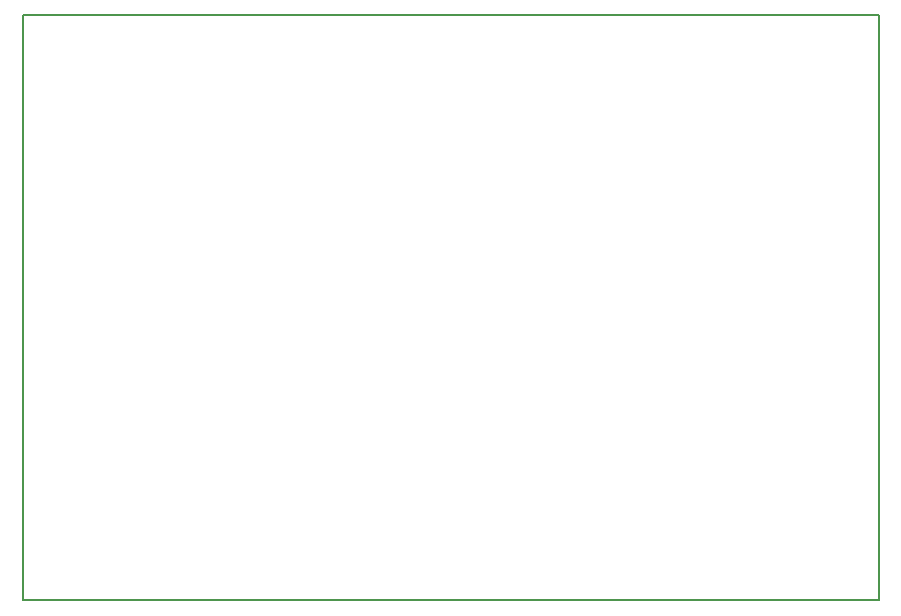
<source format=gbr>
%TF.GenerationSoftware,KiCad,Pcbnew,8.0.4*%
%TF.CreationDate,2024-07-27T17:20:27+08:00*%
%TF.ProjectId,DapLink_STM32F103CBT6,4461704c-696e-46b5-9f53-544d33324631,rev?*%
%TF.SameCoordinates,Original*%
%TF.FileFunction,Profile,NP*%
%FSLAX46Y46*%
G04 Gerber Fmt 4.6, Leading zero omitted, Abs format (unit mm)*
G04 Created by KiCad (PCBNEW 8.0.4) date 2024-07-27 17:20:27*
%MOMM*%
%LPD*%
G01*
G04 APERTURE LIST*
%TA.AperFunction,Profile*%
%ADD10C,0.200000*%
%TD*%
G04 APERTURE END LIST*
D10*
X36000000Y-64000000D02*
X108500000Y-64000000D01*
X108500000Y-113500000D01*
X36000000Y-113500000D01*
X36000000Y-64000000D01*
M02*

</source>
